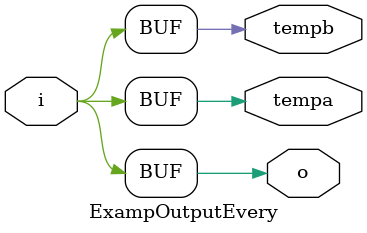
<source format=v>
module ExampOutputEvery (
                         /*AUTOOUTPUTEVERY*/
                         // Beginning of automatic outputs (every signal)
                         output o,
                         output tempa,
                         output tempb,
                         // End of automatics
                         input  i
                         );
   wire tempa = i;
   wire tempb = tempa;
   wire o     = tempb;
endmodule

// Local Variables:
// indent-tabs-mode: nil
// End:

</source>
